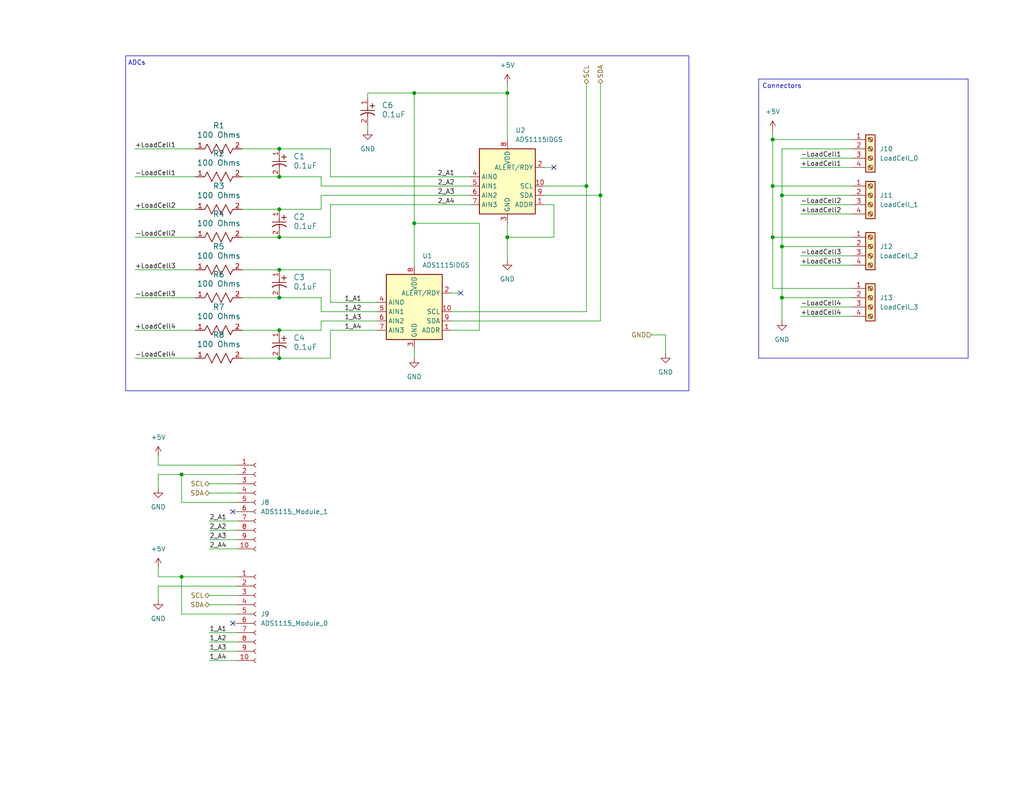
<source format=kicad_sch>
(kicad_sch (version 20231120) (generator "eeschema") (generator_version "8.0")
  (paper "USLetter")
  (title_block (title "ThorPCB2.0") (company "ECE 405 -SIUE"))
  (lib_symbols
    (symbol "2024-10-08_02-19-51:C320C104K5R5TA" (pin_names (offset 0.254))
      (property "Reference" "C" (at 3.81 3.81 0))
      (property "Value" "C320C104K5R5TA" (at 3.81 -3.81 0))
      (symbol "C320C104K5R5TA_1_1"
        (polyline (pts (xy 1.5748 1.27) (xy 2.8448 1.27)) (stroke (width 0.2032)))
        (polyline (pts (xy 2.2098 0.635) (xy 2.2098 1.905)) (stroke (width 0.2032)))
        (polyline (pts (xy 2.54 0) (xy 3.4798 0)) (stroke (width 0.2032)))
        (polyline (pts (xy 3.4798 -1.905) (xy 3.4798 1.905)) (stroke (width 0.2032)))
        (polyline (pts (xy 4.1148 0) (xy 5.08 0)) (stroke (width 0.2032)))
        (arc (start 4.7541 1.9108) (mid 4.1148 0) (end 4.7541 -1.9108) (stroke (width 0.254)))
        (pin unspecified line (at 0 0 0) (length 2.54) (name "") (number "1"))
        (pin unspecified line (at 7.62 0 180) (length 2.54) (name "") (number "2"))
      )
      (symbol "C320C104K5R5TA_1_2"
        (polyline (pts (xy -1.905 -3.4798) (xy 1.905 -3.4798)) (stroke (width 0.2032)))
        (polyline (pts (xy 0 -4.1148) (xy 0 -5.08)) (stroke (width 0.2032)))
        (polyline (pts (xy 0 -2.54) (xy 0 -3.4798)) (stroke (width 0.2032)))
        (polyline (pts (xy 0.635 -2.2098) (xy 1.905 -2.2098)) (stroke (width 0.2032)))
        (polyline (pts (xy 1.27 -1.5748) (xy 1.27 -2.8448)) (stroke (width 0.2032)))
        (arc (start 1.9108 -4.7541) (mid 0 -4.1148) (end -1.9108 -4.7541) (stroke (width 0.254)))
        (pin unspecified line (at 0 -7.62 90) (length 2.54) (name "") (number "1"))
        (pin unspecified line (at 0 0 270) (length 2.54) (name "") (number "2"))
      )
    )
    (symbol "2024-10-08_02-54-42:YR1B100RCC" (pin_names (offset 0.254))
      (property "Reference" "R" (at 5.715 3.81 0))
      (property "Value" "YR1B100RCC" (at 6.35 -3.81 0))
      (symbol "YR1B100RCC_1_1"
        (polyline (pts (xy 2.54 0) (xy 3.175 1.27)) (stroke (width 0.2032)))
        (polyline (pts (xy 3.175 1.27) (xy 4.445 -1.27)) (stroke (width 0.2032)))
        (polyline (pts (xy 4.445 -1.27) (xy 5.715 1.27)) (stroke (width 0.2032)))
        (polyline (pts (xy 5.715 1.27) (xy 6.985 -1.27)) (stroke (width 0.2032)))
        (polyline (pts (xy 6.985 -1.27) (xy 8.255 1.27)) (stroke (width 0.2032)))
        (polyline (pts (xy 8.255 1.27) (xy 9.525 -1.27)) (stroke (width 0.2032)))
        (polyline (pts (xy 9.525 -1.27) (xy 10.16 0)) (stroke (width 0.2032)))
        (pin unspecified line (at 0 0 0) (length 2.54) (name "") (number "1"))
        (pin unspecified line (at 12.7 0 180) (length 2.54) (name "") (number "2"))
      )
      (symbol "YR1B100RCC_1_2"
        (polyline (pts (xy 2.54 0) (xy 3.175 1.27)) (stroke (width 0.2032)))
        (polyline (pts (xy 3.175 1.27) (xy 4.445 -1.27)) (stroke (width 0.2032)))
        (polyline (pts (xy 4.445 -1.27) (xy 5.715 1.27)) (stroke (width 0.2032)))
        (polyline (pts (xy 5.715 1.27) (xy 6.985 -1.27)) (stroke (width 0.2032)))
        (polyline (pts (xy 6.985 -1.27) (xy 8.255 1.27)) (stroke (width 0.2032)))
        (polyline (pts (xy 8.255 1.27) (xy 9.525 -1.27)) (stroke (width 0.2032)))
        (polyline (pts (xy 9.525 -1.27) (xy 10.16 0)) (stroke (width 0.2032)))
        (pin unspecified line (at 0 0 0) (length 2.54) (name "") (number "1"))
        (pin unspecified line (at 12.7 0 180) (length 2.54) (name "") (number "2"))
      )
    )
    (symbol "Analog_ADC:ADS1115IDGS"
      (property "Reference" "U" (at 2.54 13.97 0))
      (property "Value" "ADS1115IDGS" (at 7.62 11.43 0))
      (symbol "ADS1115IDGS_0_1"
        (rectangle (start -7.62 10.16) (end 7.62 -7.62) (stroke (width 0.254)) (fill (type background)))
      )
      (symbol "ADS1115IDGS_1_1"
        (pin input line (at 10.16 -5.08 180) (length 2.54) (name "ADDR") (number "1"))
        (pin input line (at 10.16 0 180) (length 2.54) (name "SCL") (number "10"))
        (pin output line (at 10.16 5.08 180) (length 2.54) (name "ALERT/RDY") (number "2"))
        (pin power_in line (at 0 -10.16 90) (length 2.54) (name "GND") (number "3"))
        (pin input line (at -10.16 2.54 0) (length 2.54) (name "AIN0") (number "4"))
        (pin input line (at -10.16 0 0) (length 2.54) (name "AIN1") (number "5"))
        (pin input line (at -10.16 -2.54 0) (length 2.54) (name "AIN2") (number "6"))
        (pin input line (at -10.16 -5.08 0) (length 2.54) (name "AIN3") (number "7"))
        (pin power_in line (at 0 12.7 270) (length 2.54) (name "VDD") (number "8"))
        (pin bidirectional line (at 10.16 -2.54 180) (length 2.54) (name "SDA") (number "9"))
      )
    )
    (symbol "Connector:Conn_01x10_Socket" (pin_names (offset 1.016) hide)
      (property "Reference" "J" (at 0 12.7 0))
      (property "Value" "Conn_01x10_Socket" (at 0 -15.24 0))
      (symbol "Conn_01x10_Socket_1_1"
        (arc (start 0 -12.192) (mid -0.5058 -12.7) (end 0 -13.208) (stroke (width 0.1524)))
        (arc (start 0 -9.652) (mid -0.5058 -10.16) (end 0 -10.668) (stroke (width 0.1524)))
        (arc (start 0 -7.112) (mid -0.5058 -7.62) (end 0 -8.128) (stroke (width 0.1524)))
        (arc (start 0 -4.572) (mid -0.5058 -5.08) (end 0 -5.588) (stroke (width 0.1524)))
        (arc (start 0 -2.032) (mid -0.5058 -2.54) (end 0 -3.048) (stroke (width 0.1524)))
        (polyline (pts (xy -1.27 -12.7) (xy -0.508 -12.7)) (stroke (width 0.1524)))
        (polyline (pts (xy -1.27 -10.16) (xy -0.508 -10.16)) (stroke (width 0.1524)))
        (polyline (pts (xy -1.27 -7.62) (xy -0.508 -7.62)) (stroke (width 0.1524)))
        (polyline (pts (xy -1.27 -5.08) (xy -0.508 -5.08)) (stroke (width 0.1524)))
        (polyline (pts (xy -1.27 -2.54) (xy -0.508 -2.54)) (stroke (width 0.1524)))
        (polyline (pts (xy -1.27 0) (xy -0.508 0)) (stroke (width 0.1524)))
        (polyline (pts (xy -1.27 2.54) (xy -0.508 2.54)) (stroke (width 0.1524)))
        (polyline (pts (xy -1.27 5.08) (xy -0.508 5.08)) (stroke (width 0.1524)))
        (polyline (pts (xy -1.27 7.62) (xy -0.508 7.62)) (stroke (width 0.1524)))
        (polyline (pts (xy -1.27 10.16) (xy -0.508 10.16)) (stroke (width 0.1524)))
        (arc (start 0 0.508) (mid -0.5058 0) (end 0 -0.508) (stroke (width 0.1524)))
        (arc (start 0 3.048) (mid -0.5058 2.54) (end 0 2.032) (stroke (width 0.1524)))
        (arc (start 0 5.588) (mid -0.5058 5.08) (end 0 4.572) (stroke (width 0.1524)))
        (arc (start 0 8.128) (mid -0.5058 7.62) (end 0 7.112) (stroke (width 0.1524)))
        (arc (start 0 10.668) (mid -0.5058 10.16) (end 0 9.652) (stroke (width 0.1524)))
        (pin passive line (at -5.08 10.16 0) (length 3.81) (name "Pin_1") (number "1"))
        (pin passive line (at -5.08 -12.7 0) (length 3.81) (name "Pin_10") (number "10"))
        (pin passive line (at -5.08 7.62 0) (length 3.81) (name "Pin_2") (number "2"))
        (pin passive line (at -5.08 5.08 0) (length 3.81) (name "Pin_3") (number "3"))
        (pin passive line (at -5.08 2.54 0) (length 3.81) (name "Pin_4") (number "4"))
        (pin passive line (at -5.08 0 0) (length 3.81) (name "Pin_5") (number "5"))
        (pin passive line (at -5.08 -2.54 0) (length 3.81) (name "Pin_6") (number "6"))
        (pin passive line (at -5.08 -5.08 0) (length 3.81) (name "Pin_7") (number "7"))
        (pin passive line (at -5.08 -7.62 0) (length 3.81) (name "Pin_8") (number "8"))
        (pin passive line (at -5.08 -10.16 0) (length 3.81) (name "Pin_9") (number "9"))
      )
    )
    (symbol "Connector:Screw_Terminal_01x04" (pin_names (offset 1.016) hide)
      (property "Reference" "J" (at 0 5.08 0))
      (property "Value" "Screw_Terminal_01x04" (at 0 -7.62 0))
      (symbol "Screw_Terminal_01x04_1_1"
        (rectangle (start -1.27 3.81) (end 1.27 -6.35) (stroke (width 0.254)) (fill (type background)))
        (circle (center 0 -5.08) (radius 0.635) (stroke (width 0.1524)))
        (circle (center 0 -2.54) (radius 0.635) (stroke (width 0.1524)))
        (polyline (pts (xy -0.5334 -4.7498) (xy 0.3302 -5.588)) (stroke (width 0.1524)))
        (polyline (pts (xy -0.5334 -2.2098) (xy 0.3302 -3.048)) (stroke (width 0.1524)))
        (polyline (pts (xy -0.5334 0.3302) (xy 0.3302 -0.508)) (stroke (width 0.1524)))
        (polyline (pts (xy -0.5334 2.8702) (xy 0.3302 2.032)) (stroke (width 0.1524)))
        (polyline (pts (xy -0.3556 -4.572) (xy 0.508 -5.4102)) (stroke (width 0.1524)))
        (polyline (pts (xy -0.3556 -2.032) (xy 0.508 -2.8702)) (stroke (width 0.1524)))
        (polyline (pts (xy -0.3556 0.508) (xy 0.508 -0.3302)) (stroke (width 0.1524)))
        (polyline (pts (xy -0.3556 3.048) (xy 0.508 2.2098)) (stroke (width 0.1524)))
        (circle (center 0 0) (radius 0.635) (stroke (width 0.1524)))
        (circle (center 0 2.54) (radius 0.635) (stroke (width 0.1524)))
        (pin passive line (at -5.08 2.54 0) (length 3.81) (name "Pin_1") (number "1"))
        (pin passive line (at -5.08 0 0) (length 3.81) (name "Pin_2") (number "2"))
        (pin passive line (at -5.08 -2.54 0) (length 3.81) (name "Pin_3") (number "3"))
        (pin passive line (at -5.08 -5.08 0) (length 3.81) (name "Pin_4") (number "4"))
      )
    )
    (symbol "YR1B100RCC_1" (pin_names (offset 0.254))
      (property "Reference" "R" (at 5.715 3.81 0))
      (property "Value" "YR1B100RCC" (at 6.35 -3.81 0))
      (symbol "YR1B100RCC_1_1_1"
        (polyline (pts (xy 2.54 0) (xy 3.175 1.27)) (stroke (width 0.2032)))
        (polyline (pts (xy 3.175 1.27) (xy 4.445 -1.27)) (stroke (width 0.2032)))
        (polyline (pts (xy 4.445 -1.27) (xy 5.715 1.27)) (stroke (width 0.2032)))
        (polyline (pts (xy 5.715 1.27) (xy 6.985 -1.27)) (stroke (width 0.2032)))
        (polyline (pts (xy 6.985 -1.27) (xy 8.255 1.27)) (stroke (width 0.2032)))
        (polyline (pts (xy 8.255 1.27) (xy 9.525 -1.27)) (stroke (width 0.2032)))
        (polyline (pts (xy 9.525 -1.27) (xy 10.16 0)) (stroke (width 0.2032)))
        (pin unspecified line (at 0 0 0) (length 2.54) (name "") (number "1"))
        (pin unspecified line (at 12.7 0 180) (length 2.54) (name "") (number "2"))
      )
      (symbol "YR1B100RCC_1_1_2"
        (polyline (pts (xy 2.54 0) (xy 3.175 1.27)) (stroke (width 0.2032)))
        (polyline (pts (xy 3.175 1.27) (xy 4.445 -1.27)) (stroke (width 0.2032)))
        (polyline (pts (xy 4.445 -1.27) (xy 5.715 1.27)) (stroke (width 0.2032)))
        (polyline (pts (xy 5.715 1.27) (xy 6.985 -1.27)) (stroke (width 0.2032)))
        (polyline (pts (xy 6.985 -1.27) (xy 8.255 1.27)) (stroke (width 0.2032)))
        (polyline (pts (xy 8.255 1.27) (xy 9.525 -1.27)) (stroke (width 0.2032)))
        (polyline (pts (xy 9.525 -1.27) (xy 10.16 0)) (stroke (width 0.2032)))
        (pin unspecified line (at 0 0 0) (length 2.54) (name "") (number "1"))
        (pin unspecified line (at 12.7 0 180) (length 2.54) (name "") (number "2"))
      )
    )
    (symbol "power:+5V" (power) (pin_numbers hide) (pin_names (offset 0) hide)
      (property "Value" "+5V" (at 0 3.556 0))
      (symbol "+5V_0_1"
        (polyline (pts (xy -0.762 1.27) (xy 0 2.54)))
        (polyline (pts (xy 0 0) (xy 0 2.54)))
        (polyline (pts (xy 0 2.54) (xy 0.762 1.27)))
      )
      (symbol "+5V_1_1"
        (pin power_in line (at 0 0 90) (length 0) (name "~") (number "1"))
      )
    )
    (symbol "power:GND" (power) (pin_numbers hide) (pin_names (offset 0) hide)
      (property "Value" "GND" (at 0 -3.81 0))
      (symbol "GND_0_1"
        (polyline (pts (xy 0 0) (xy 0 -1.27) (xy 1.27 -1.27) (xy 0 -2.54) (xy -1.27 -1.27) (xy 0 -1.27)))
      )
      (symbol "GND_1_1"
        (pin power_in line (at 0 0 270) (length 0) (name "~") (number "1"))
      )
    )
  )
  (junction (at 210.82 64.77))
  (junction (at 163.83 53.34))
  (junction (at 49.53 157.48))
  (junction (at 213.36 53.34))
  (junction (at 76.2 90.17))
  (junction (at 138.43 64.77))
  (junction (at 76.2 64.77))
  (junction (at 76.2 40.64))
  (junction (at 76.2 73.66))
  (junction (at 210.82 38.1))
  (junction (at 76.2 48.26))
  (junction (at 160.02 50.8))
  (junction (at 76.2 81.28))
  (junction (at 76.2 97.79))
  (junction (at 210.82 50.8))
  (junction (at 213.36 81.28))
  (junction (at 76.2 57.15))
  (junction (at 138.43 25.4))
  (junction (at 213.36 67.31))
  (junction (at 113.03 25.4))
  (junction (at 49.53 129.54))
  (junction (at 113.03 60.96))
  (no_connect (at 63.5 139.7))
  (no_connect (at 151.13 45.72))
  (no_connect (at 125.73 80.01))
  (no_connect (at 63.5 170.18))
  (wire (pts (xy 160.02 50.8) (xy 160.02 85.09)))
  (wire (pts (xy 57.15 177.8) (xy 64.77 177.8)))
  (wire (pts (xy 128.27 48.26) (xy 90.17 48.26)))
  (wire (pts (xy 43.18 124.46) (xy 43.18 127)))
  (wire (pts (xy 113.03 60.96) (xy 113.03 72.39)))
  (wire (pts (xy 76.2 48.26) (xy 87.63 48.26)))
  (wire (pts (xy 232.41 78.74) (xy 210.82 78.74)))
  (wire (pts (xy 163.83 53.34) (xy 163.83 87.63)))
  (wire (pts (xy 49.53 167.64) (xy 49.53 157.48)))
  (wire (pts (xy 163.83 87.63) (xy 123.19 87.63)))
  (wire (pts (xy 113.03 25.4) (xy 138.43 25.4)))
  (wire (pts (xy 128.27 55.88) (xy 90.17 55.88)))
  (wire (pts (xy 102.87 82.55) (xy 90.17 82.55)))
  (wire (pts (xy 163.83 22.86) (xy 163.83 53.34)))
  (wire (pts (xy 49.53 129.54) (xy 43.18 129.54)))
  (wire (pts (xy 36.83 57.15) (xy 53.34 57.15)))
  (wire (pts (xy 76.2 97.79) (xy 90.17 97.79)))
  (wire (pts (xy 210.82 50.8) (xy 210.82 38.1)))
  (wire (pts (xy 138.43 22.86) (xy 138.43 25.4)))
  (wire (pts (xy 102.87 90.17) (xy 90.17 90.17)))
  (wire (pts (xy 210.82 64.77) (xy 210.82 50.8)))
  (wire (pts (xy 36.83 64.77) (xy 53.34 64.77)))
  (wire (pts (xy 90.17 82.55) (xy 90.17 73.66)))
  (wire (pts (xy 232.41 83.82) (xy 218.44 83.82)))
  (wire (pts (xy 232.41 38.1) (xy 210.82 38.1)))
  (wire (pts (xy 181.61 91.44) (xy 181.61 96.52)))
  (wire (pts (xy 232.41 55.88) (xy 218.44 55.88)))
  (wire (pts (xy 232.41 69.85) (xy 218.44 69.85)))
  (wire (pts (xy 151.13 55.88) (xy 151.13 64.77)))
  (wire (pts (xy 63.5 170.18) (xy 64.77 170.18)))
  (wire (pts (xy 64.77 129.54) (xy 49.53 129.54)))
  (wire (pts (xy 148.59 50.8) (xy 160.02 50.8)))
  (wire (pts (xy 76.2 40.64) (xy 90.17 40.64)))
  (wire (pts (xy 90.17 48.26) (xy 90.17 40.64)))
  (wire (pts (xy 57.15 165.1) (xy 64.77 165.1)))
  (wire (pts (xy 43.18 154.94) (xy 43.18 157.48)))
  (wire (pts (xy 213.36 81.28) (xy 213.36 87.63)))
  (wire (pts (xy 49.53 137.16) (xy 49.53 129.54)))
  (wire (pts (xy 87.63 53.34) (xy 128.27 53.34)))
  (wire (pts (xy 210.82 78.74) (xy 210.82 64.77)))
  (wire (pts (xy 102.87 87.63) (xy 87.63 87.63)))
  (wire (pts (xy 113.03 25.4) (xy 113.03 60.96)))
  (wire (pts (xy 130.81 60.96) (xy 113.03 60.96)))
  (wire (pts (xy 102.87 85.09) (xy 87.63 85.09)))
  (wire (pts (xy 64.77 160.02) (xy 43.18 160.02)))
  (wire (pts (xy 100.33 26.67) (xy 100.33 25.4)))
  (wire (pts (xy 36.83 73.66) (xy 53.34 73.66)))
  (wire (pts (xy 57.15 180.34) (xy 64.77 180.34)))
  (wire (pts (xy 36.83 90.17) (xy 53.34 90.17)))
  (wire (pts (xy 57.15 149.86) (xy 64.77 149.86)))
  (wire (pts (xy 66.04 73.66) (xy 76.2 73.66)))
  (wire (pts (xy 138.43 25.4) (xy 138.43 38.1)))
  (wire (pts (xy 100.33 25.4) (xy 113.03 25.4)))
  (wire (pts (xy 177.8 91.44) (xy 181.61 91.44)))
  (wire (pts (xy 232.41 43.18) (xy 218.44 43.18)))
  (wire (pts (xy 87.63 85.09) (xy 87.63 81.28)))
  (wire (pts (xy 66.04 57.15) (xy 76.2 57.15)))
  (wire (pts (xy 148.59 53.34) (xy 163.83 53.34)))
  (wire (pts (xy 57.15 142.24) (xy 64.77 142.24)))
  (wire (pts (xy 66.04 90.17) (xy 76.2 90.17)))
  (wire (pts (xy 213.36 40.64) (xy 213.36 53.34)))
  (wire (pts (xy 138.43 64.77) (xy 138.43 71.12)))
  (wire (pts (xy 148.59 45.72) (xy 151.13 45.72)))
  (wire (pts (xy 213.36 67.31) (xy 232.41 67.31)))
  (wire (pts (xy 90.17 90.17) (xy 90.17 97.79)))
  (wire (pts (xy 66.04 40.64) (xy 76.2 40.64)))
  (wire (pts (xy 113.03 97.79) (xy 113.03 95.25)))
  (wire (pts (xy 66.04 48.26) (xy 76.2 48.26)))
  (wire (pts (xy 49.53 157.48) (xy 43.18 157.48)))
  (wire (pts (xy 43.18 129.54) (xy 43.18 133.35)))
  (wire (pts (xy 57.15 172.72) (xy 64.77 172.72)))
  (wire (pts (xy 43.18 160.02) (xy 43.18 163.83)))
  (wire (pts (xy 213.36 67.31) (xy 213.36 81.28)))
  (wire (pts (xy 213.36 81.28) (xy 232.41 81.28)))
  (wire (pts (xy 160.02 85.09) (xy 123.19 85.09)))
  (wire (pts (xy 64.77 127) (xy 43.18 127)))
  (wire (pts (xy 57.15 175.26) (xy 64.77 175.26)))
  (wire (pts (xy 36.83 81.28) (xy 53.34 81.28)))
  (wire (pts (xy 76.2 57.15) (xy 87.63 57.15)))
  (wire (pts (xy 213.36 53.34) (xy 232.41 53.34)))
  (wire (pts (xy 57.15 147.32) (xy 64.77 147.32)))
  (wire (pts (xy 36.83 40.64) (xy 53.34 40.64)))
  (wire (pts (xy 66.04 97.79) (xy 76.2 97.79)))
  (wire (pts (xy 138.43 60.96) (xy 138.43 64.77)))
  (wire (pts (xy 160.02 22.86) (xy 160.02 50.8)))
  (wire (pts (xy 63.5 139.7) (xy 64.77 139.7)))
  (wire (pts (xy 90.17 55.88) (xy 90.17 64.77)))
  (wire (pts (xy 87.63 50.8) (xy 87.63 48.26)))
  (wire (pts (xy 66.04 81.28) (xy 76.2 81.28)))
  (wire (pts (xy 213.36 53.34) (xy 213.36 67.31)))
  (wire (pts (xy 87.63 87.63) (xy 87.63 90.17)))
  (wire (pts (xy 57.15 134.62) (xy 64.77 134.62)))
  (wire (pts (xy 64.77 167.64) (xy 49.53 167.64)))
  (wire (pts (xy 66.04 64.77) (xy 76.2 64.77)))
  (wire (pts (xy 232.41 58.42) (xy 218.44 58.42)))
  (wire (pts (xy 232.41 72.39) (xy 218.44 72.39)))
  (wire (pts (xy 76.2 73.66) (xy 90.17 73.66)))
  (wire (pts (xy 64.77 137.16) (xy 49.53 137.16)))
  (wire (pts (xy 76.2 64.77) (xy 90.17 64.77)))
  (wire (pts (xy 36.83 97.79) (xy 53.34 97.79)))
  (wire (pts (xy 151.13 64.77) (xy 138.43 64.77)))
  (wire (pts (xy 57.15 132.08) (xy 64.77 132.08)))
  (wire (pts (xy 232.41 86.36) (xy 218.44 86.36)))
  (wire (pts (xy 100.33 34.29) (xy 100.33 35.56)))
  (wire (pts (xy 128.27 50.8) (xy 87.63 50.8)))
  (wire (pts (xy 76.2 81.28) (xy 87.63 81.28)))
  (wire (pts (xy 123.19 80.01) (xy 125.73 80.01)))
  (wire (pts (xy 36.83 48.26) (xy 53.34 48.26)))
  (wire (pts (xy 57.15 162.56) (xy 64.77 162.56)))
  (wire (pts (xy 87.63 57.15) (xy 87.63 53.34)))
  (wire (pts (xy 232.41 50.8) (xy 210.82 50.8)))
  (wire (pts (xy 232.41 45.72) (xy 218.44 45.72)))
  (wire (pts (xy 57.15 144.78) (xy 64.77 144.78)))
  (wire (pts (xy 130.81 90.17) (xy 130.81 60.96)))
  (wire (pts (xy 76.2 90.17) (xy 87.63 90.17)))
  (wire (pts (xy 151.13 55.88) (xy 148.59 55.88)))
  (wire (pts (xy 210.82 38.1) (xy 210.82 35.56)))
  (wire (pts (xy 232.41 64.77) (xy 210.82 64.77)))
  (wire (pts (xy 232.41 40.64) (xy 213.36 40.64)))
  (wire (pts (xy 123.19 90.17) (xy 130.81 90.17)))
  (wire (pts (xy 64.77 157.48) (xy 49.53 157.48)))
  (rectangle (start 34.29 15.24) (end 187.96 106.68))
  (rectangle (start 207.01 21.59) (end 264.16 97.79))
  (text "ADCs" (at 37.338 17.272 0) (effects (font (size 1.27 1.27))))
  (text "Connectors" (at 213.36 23.622 0) (effects (font (size 1.27 1.27))))
  (label "+LoadCell1" (at 36.83 40.64 0))
  (label "+LoadCell4" (at 36.83 90.17 0))
  (label "1_A1" (at 57.15 172.72 0))
  (label "-LoadCell4" (at 36.83 97.79 0))
  (label "2_A4" (at 57.15 149.86 0))
  (label "2_A3" (at 57.15 147.32 0))
  (label "1_A4" (at 93.98 90.17 0))
  (label "+LoadCell4" (at 218.44 86.36 0))
  (label "+LoadCell1" (at 218.44 45.72 0))
  (label "2_A1" (at 119.38 48.26 0))
  (label "+LoadCell2" (at 218.44 58.42 0))
  (label "1_A2" (at 57.15 175.26 0))
  (label "2_A2" (at 119.38 50.8 0))
  (label "1_A2" (at 93.98 85.09 0))
  (label "1_A4" (at 57.15 180.34 0))
  (label "2_A4" (at 119.38 55.88 0))
  (label "+LoadCell2" (at 36.83 57.15 0))
  (label "-LoadCell3" (at 36.83 81.28 0))
  (label "-LoadCell2" (at 36.83 64.77 0))
  (label "1_A3" (at 57.15 177.8 0))
  (label "2_A3" (at 119.38 53.34 0))
  (label "-LoadCell1" (at 36.83 48.26 0))
  (label "2_A1" (at 57.15 142.24 0))
  (label "-LoadCell3" (at 218.44 69.85 0))
  (label "-LoadCell4" (at 218.44 83.82 0))
  (label "-LoadCell2" (at 218.44 55.88 0))
  (label "-LoadCell1" (at 218.44 43.18 0))
  (label "+LoadCell3" (at 36.83 73.66 0))
  (label "1_A3" (at 93.98 87.63 0))
  (label "+LoadCell3" (at 218.44 72.39 0))
  (label "1_A1" (at 93.98 82.55 0))
  (label "2_A2" (at 57.15 144.78 0))
  (hierarchical_label "SDA" (shape bidirectional) (at 163.83 22.86 90))
  (hierarchical_label "SDA" (shape bidirectional) (at 57.15 165.1 180))
  (hierarchical_label "GND" (shape input) (at 177.8 91.44 180))
  (hierarchical_label "SCL" (shape bidirectional) (at 57.15 132.08 180))
  (hierarchical_label "SCL" (shape bidirectional) (at 160.02 22.86 90))
  (hierarchical_label "SCL" (shape bidirectional) (at 57.15 162.56 180))
  (hierarchical_label "SDA" (shape bidirectional) (at 57.15 134.62 180))
  (symbol (lib_id "power:GND") (at 113.03 97.79 0) (unit 1)
    (property "Reference" "#PWR02" (effects (hide yes)))
    (property "Value" "GND" (at 113.03 102.87 0))
    (property "Description" "Power symbol creates a global label with name \"GND\" , ground" (effects (hide yes)))
  )
  (symbol (lib_id "2024-10-08_02-54-42:YR1B100RCC") (at 53.34 97.79 0) (unit 1)
    (property "Reference" "R8" (at 59.69 91.44 0) (effects (font (size 1.524 1.524))))
    (property "Value" "100 Ohms" (at 59.69 93.98 0) (effects (font (size 1.524 1.524))))
    (property "Footprint" "RES_TYCO_YR1_TYC" (effects (hide yes)))
    (property "Datasheet" "YR1B100RCC" (effects (hide yes)))
  )
  (symbol (lib_id "power:GND") (at 100.33 35.56 0) (unit 1)
    (property "Reference" "#PWR03" (effects (hide yes)))
    (property "Value" "GND" (at 100.33 40.64 0))
    (property "Description" "Power symbol creates a global label with name \"GND\" , ground" (effects (hide yes)))
  )
  (symbol (lib_id "Analog_ADC:ADS1115IDGS") (at 113.03 85.09 0) (unit 1) (on_board no)
    (property "Reference" "U1" (at 115.2241 69.85 0) (effects (justify left)))
    (property "Value" "ADS1115IDGS" (at 115.2241 72.39 0) (effects (justify left)))
    (property "Footprint" "Package_SO:TSSOP-10_3x3mm_P0.5mm" (effects (hide yes)))
    (property "Datasheet" "http://www.ti.com/lit/ds/symlink/ads1113.pdf" (effects (hide yes)))
    (property "Description" "Ultra-Small, Low-Power, I2C-Compatible, 860-SPS, 16-Bit ADCs With Internal Reference, Oscillator, and Programmable Comparator, VSSOP-10" (effects (hide yes)))
  )
  (symbol (lib_id "2024-10-08_02-54-42:YR1B100RCC") (at 53.34 90.17 0) (unit 1)
    (property "Reference" "R7" (at 59.69 83.82 0) (effects (font (size 1.524 1.524))))
    (property "Value" "100 Ohms" (at 59.69 86.36 0) (effects (font (size 1.524 1.524))))
    (property "Footprint" "RES_TYCO_YR1_TYC" (effects (hide yes)))
    (property "Datasheet" "YR1B100RCC" (effects (hide yes)))
  )
  (symbol (lib_id "power:+5V") (at 43.18 124.46 0) (unit 1)
    (property "Reference" "#PWR041" (effects (hide yes)))
    (property "Value" "+5V" (at 43.18 119.38 0))
    (property "Description" "Power symbol creates a global label with name \"+5V\"" (effects (hide yes)))
  )
  (symbol (lib_id "Connector:Screw_Terminal_01x04") (at 237.49 67.31 0) (unit 1)
    (property "Reference" "J12" (at 240.03 67.3099 0) (effects (justify left)))
    (property "Value" "LoadCell_2" (at 240.03 69.8499 0) (effects (justify left)))
    (property "Footprint" "TerminalBlock_Phoenix:TerminalBlock_Phoenix_MPT-0,5-4-2.54_1x04_P2.54mm_Horizontal" (effects (hide yes)))
    (property "Description" "Generic screw terminal, single row, 01x04, script generated (kicad-library-utils/schlib/autogen/connector/)" (effects (hide yes)))
  )
  (symbol (lib_id "power:+5V") (at 138.43 22.86 0) (unit 1)
    (property "Reference" "#PWR028" (effects (hide yes)))
    (property "Value" "+5V" (at 138.43 17.78 0))
    (property "Description" "Power symbol creates a global label with name \"+5V\"" (effects (hide yes)))
  )
  (symbol (lib_id "Analog_ADC:ADS1115IDGS") (at 138.43 50.8 0) (unit 1) (on_board no)
    (property "Reference" "U2" (at 140.6241 35.56 0) (effects (justify left)))
    (property "Value" "ADS1115IDGS" (at 140.6241 38.1 0) (effects (justify left)))
    (property "Footprint" "Package_SO:TSSOP-10_3x3mm_P0.5mm" (effects (hide yes)))
    (property "Datasheet" "http://www.ti.com/lit/ds/symlink/ads1113.pdf" (effects (hide yes)))
    (property "Description" "Ultra-Small, Low-Power, I2C-Compatible, 860-SPS, 16-Bit ADCs With Internal Reference, Oscillator, and Programmable Comparator, VSSOP-10" (effects (hide yes)))
  )
  (symbol (lib_id "power:+5V") (at 43.18 154.94 0) (unit 1)
    (property "Reference" "#PWR046" (effects (hide yes)))
    (property "Value" "+5V" (at 43.18 149.86 0))
    (property "Description" "Power symbol creates a global label with name \"+5V\"" (effects (hide yes)))
  )
  (symbol (lib_id "power:GND") (at 43.18 163.83 0) (unit 1)
    (property "Reference" "#PWR047" (effects (hide yes)))
    (property "Value" "GND" (at 43.18 168.91 0))
    (property "Description" "Power symbol creates a global label with name \"GND\" , ground" (effects (hide yes)))
  )
  (symbol (lib_id "2024-10-08_02-19-51:C320C104K5R5TA") (at 100.33 26.67 270) (unit 1) (on_board no)
    (property "Reference" "C6" (at 104.14 28.7273 90) (effects (font (size 1.524 1.524)) (justify left)))
    (property "Value" "0.1uF" (at 104.14 31.2673 90) (effects (font (size 1.524 1.524)) (justify left)))
    (property "Footprint" "ThorParts:CAP_C320_KEM" (effects (hide yes)))
    (property "Datasheet" "C320C104K5R5TA" (effects (hide yes)))
  )
  (symbol (lib_id "2024-10-08_02-54-42:YR1B100RCC") (at 53.34 48.26 0) (unit 1)
    (property "Reference" "R2" (at 59.69 41.91 0) (effects (font (size 1.524 1.524))))
    (property "Value" "100 Ohms" (at 59.69 44.45 0) (effects (font (size 1.524 1.524))))
    (property "Footprint" "RES_TYCO_YR1_TYC" (effects (hide yes)))
    (property "Datasheet" "YR1B100RCC" (effects (hide yes)))
  )
  (symbol (lib_id "power:GND") (at 138.43 71.12 0) (unit 1)
    (property "Reference" "#PWR04" (effects (hide yes)))
    (property "Value" "GND" (at 138.43 76.2 0))
    (property "Description" "Power symbol creates a global label with name \"GND\" , ground" (effects (hide yes)))
  )
  (symbol (lib_id "2024-10-08_02-19-51:C320C104K5R5TA") (at 76.2 90.17 270) (unit 1)
    (property "Reference" "C4" (at 80.01 92.2273 90) (effects (font (size 1.524 1.524)) (justify left)))
    (property "Value" "0.1uF" (at 80.01 94.7673 90) (effects (font (size 1.524 1.524)) (justify left)))
    (property "Footprint" "ThorParts:CAP_C320_KEM" (effects (hide yes)))
    (property "Datasheet" "C320C104K5R5TA" (effects (hide yes)))
  )
  (symbol (lib_id "2024-10-08_02-54-42:YR1B100RCC") (at 53.34 57.15 0) (unit 1)
    (property "Reference" "R3" (at 59.69 50.8 0) (effects (font (size 1.524 1.524))))
    (property "Value" "100 Ohms" (at 59.69 53.34 0) (effects (font (size 1.524 1.524))))
    (property "Footprint" "RES_TYCO_YR1_TYC" (effects (hide yes)))
    (property "Datasheet" "YR1B100RCC" (effects (hide yes)))
  )
  (symbol (lib_id "Connector:Conn_01x10_Socket") (at 69.85 137.16 0) (unit 1)
    (property "Reference" "J8" (at 71.12 137.1599 0) (effects (justify left)))
    (property "Value" "ADS1115_Module_1" (at 71.12 139.6999 0) (effects (justify left)))
    (property "Footprint" "ThorParts:ADS1115_1x10_P2.54mm_Vertical" (effects (hide yes)))
    (property "Description" "Generic connector, single row, 01x10, script generated" (effects (hide yes)))
  )
  (symbol (lib_id "power:+5V") (at 210.82 35.56 0) (unit 1)
    (property "Reference" "#PWR029" (effects (hide yes)))
    (property "Value" "+5V" (at 210.82 30.48 0))
    (property "Description" "Power symbol creates a global label with name \"+5V\"" (effects (hide yes)))
  )
  (symbol (lib_id "2024-10-08_02-54-42:YR1B100RCC") (at 53.34 73.66 0) (unit 1)
    (property "Reference" "R5" (at 59.69 67.31 0) (effects (font (size 1.524 1.524))))
    (property "Value" "100 Ohms" (at 59.69 69.85 0) (effects (font (size 1.524 1.524))))
    (property "Footprint" "RES_TYCO_YR1_TYC" (effects (hide yes)))
    (property "Datasheet" "YR1B100RCC" (effects (hide yes)))
  )
  (symbol (lib_id "2024-10-08_02-54-42:YR1B100RCC") (at 53.34 81.28 0) (unit 1)
    (property "Reference" "R6" (at 59.69 74.93 0) (effects (font (size 1.524 1.524))))
    (property "Value" "100 Ohms" (at 59.69 77.47 0) (effects (font (size 1.524 1.524))))
    (property "Footprint" "RES_TYCO_YR1_TYC" (effects (hide yes)))
    (property "Datasheet" "YR1B100RCC" (effects (hide yes)))
  )
  (symbol (lib_id "power:GND") (at 213.36 87.63 0) (unit 1)
    (property "Reference" "#PWR08" (effects (hide yes)))
    (property "Value" "GND" (at 213.36 92.71 0))
    (property "Description" "Power symbol creates a global label with name \"GND\" , ground" (effects (hide yes)))
  )
  (symbol (lib_id "2024-10-08_02-54-42:YR1B100RCC") (at 53.34 64.77 0) (unit 1)
    (property "Reference" "R4" (at 59.69 58.42 0) (effects (font (size 1.524 1.524))))
    (property "Value" "100 Ohms" (at 59.69 60.96 0) (effects (font (size 1.524 1.524))))
    (property "Footprint" "RES_TYCO_YR1_TYC" (effects (hide yes)))
    (property "Datasheet" "YR1B100RCC" (effects (hide yes)))
  )
  (symbol (lib_id "Connector:Screw_Terminal_01x04") (at 237.49 40.64 0) (unit 1)
    (property "Reference" "J10" (at 240.03 40.6399 0) (effects (justify left)))
    (property "Value" "LoadCell_0" (at 240.03 43.1799 0) (effects (justify left)))
    (property "Footprint" "TerminalBlock_Phoenix:TerminalBlock_Phoenix_MPT-0,5-4-2.54_1x04_P2.54mm_Horizontal" (effects (hide yes)))
    (property "Description" "Generic screw terminal, single row, 01x04, script generated (kicad-library-utils/schlib/autogen/connector/)" (effects (hide yes)))
  )
  (symbol (lib_id "Connector:Screw_Terminal_01x04") (at 237.49 81.28 0) (unit 1)
    (property "Reference" "J13" (at 240.03 81.2799 0) (effects (justify left)))
    (property "Value" "LoadCell_3" (at 240.03 83.8199 0) (effects (justify left)))
    (property "Footprint" "TerminalBlock_Phoenix:TerminalBlock_Phoenix_MPT-0,5-4-2.54_1x04_P2.54mm_Horizontal" (effects (hide yes)))
    (property "Description" "Generic screw terminal, single row, 01x04, script generated (kicad-library-utils/schlib/autogen/connector/)" (effects (hide yes)))
  )
  (symbol (lib_id "power:GND") (at 43.18 133.35 0) (unit 1)
    (property "Reference" "#PWR045" (effects (hide yes)))
    (property "Value" "GND" (at 43.18 138.43 0))
    (property "Description" "Power symbol creates a global label with name \"GND\" , ground" (effects (hide yes)))
  )
  (symbol (lib_name "YR1B100RCC_1") (lib_id "2024-10-08_02-54-42:YR1B100RCC") (at 53.34 40.64 0) (unit 1)
    (property "Reference" "R1" (at 59.69 34.29 0) (effects (font (size 1.524 1.524))))
    (property "Value" "100 Ohms" (at 59.69 36.83 0) (effects (font (size 1.524 1.524))))
    (property "Footprint" "RES_TYCO_YR1_TYC" (effects (hide yes)))
    (property "Datasheet" "YR1B100RCC" (effects (hide yes)))
  )
  (symbol (lib_id "power:GND") (at 181.61 96.52 0) (unit 1)
    (property "Reference" "#PWR05" (effects (hide yes)))
    (property "Value" "GND" (at 181.61 101.6 0))
    (property "Description" "Power symbol creates a global label with name \"GND\" , ground" (effects (hide yes)))
  )
  (symbol (lib_id "Connector:Conn_01x10_Socket") (at 69.85 167.64 0) (unit 1)
    (property "Reference" "J9" (at 71.12 167.6399 0) (effects (justify left)))
    (property "Value" "ADS1115_Module_0" (at 71.12 170.1799 0) (effects (justify left)))
    (property "Footprint" "ThorParts:ADS1115_1x10_P2.54mm_Vertical" (effects (hide yes)))
    (property "Description" "Generic connector, single row, 01x10, script generated" (effects (hide yes)))
  )
  (symbol (lib_id "2024-10-08_02-19-51:C320C104K5R5TA") (at 76.2 40.64 270) (unit 1)
    (property "Reference" "C1" (at 80.01 42.6973 90) (effects (font (size 1.524 1.524)) (justify left)))
    (property "Value" "0.1uF" (at 80.01 45.2373 90) (effects (font (size 1.524 1.524)) (justify left)))
    (property "Footprint" "ThorParts:CAP_C320_KEM" (effects (hide yes)))
    (property "Datasheet" "C320C104K5R5TA" (effects (hide yes)))
  )
  (symbol (lib_id "Connector:Screw_Terminal_01x04") (at 237.49 53.34 0) (unit 1)
    (property "Reference" "J11" (at 240.03 53.3399 0) (effects (justify left)))
    (property "Value" "LoadCell_1" (at 240.03 55.8799 0) (effects (justify left)))
    (property "Footprint" "TerminalBlock_Phoenix:TerminalBlock_Phoenix_MPT-0,5-4-2.54_1x04_P2.54mm_Horizontal" (effects (hide yes)))
    (property "Description" "Generic screw terminal, single row, 01x04, script generated (kicad-library-utils/schlib/autogen/connector/)" (effects (hide yes)))
  )
  (symbol (lib_id "2024-10-08_02-19-51:C320C104K5R5TA") (at 76.2 73.66 270) (unit 1)
    (property "Reference" "C3" (at 80.01 75.7173 90) (effects (font (size 1.524 1.524)) (justify left)))
    (property "Value" "0.1uF" (at 80.01 78.2573 90) (effects (font (size 1.524 1.524)) (justify left)))
    (property "Footprint" "ThorParts:CAP_C320_KEM" (effects (hide yes)))
    (property "Datasheet" "C320C104K5R5TA" (effects (hide yes)))
  )
  (symbol (lib_id "2024-10-08_02-19-51:C320C104K5R5TA") (at 76.2 57.15 270) (unit 1)
    (property "Reference" "C2" (at 80.01 59.2073 90) (effects (font (size 1.524 1.524)) (justify left)))
    (property "Value" "0.1uF" (at 80.01 61.7473 90) (effects (font (size 1.524 1.524)) (justify left)))
    (property "Footprint" "ThorParts:CAP_C320_KEM" (effects (hide yes)))
    (property "Datasheet" "C320C104K5R5TA" (effects (hide yes)))
  )
)
</source>
